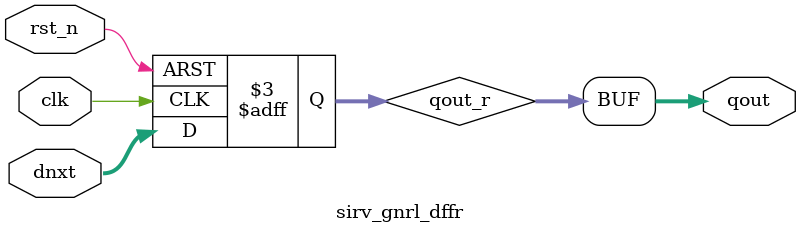
<source format=v>
 /*                                                                      
 Copyright 2018-2020 Nuclei System Technology, Inc.                
                                                                         
 Licensed under the Apache License, Version 2.0 (the "License");         
 you may not use this file except in compliance with the License.        
 You may obtain a copy of the License at                                 
                                                                         
     http://www.apache.org/licenses/LICENSE-2.0                          
                                                                         
  Unless required by applicable law or agreed to in writing, software    
 distributed under the License is distributed on an "AS IS" BASIS,       
 WITHOUT WARRANTIES OR CONDITIONS OF ANY KIND, either express or implied.
 See the License for the specific language governing permissions and     
 limitations under the License.                                          
 */                                                                      
                                                                         
                                                                         
                                                                         
//=====================================================================
//
// Designer   : Bob Hu
//
// Description:
//  All of the general DFF and Latch modules
//
// ====================================================================

//


//
// ===========================================================================
//
// Description:
//  Verilog module sirv_gnrl DFF with Load-enable and Reset
//  Default reset value is 1
//
// ===========================================================================

module sirv_gnrl_dfflrs # (
  parameter DW = 32
) (

  input               lden, 
  input      [DW-1:0] dnxt,
  output     [DW-1:0] qout,

  input               clk,
  input               rst_n
);

reg [DW-1:0] qout_r;

always @(posedge clk or negedge rst_n)
begin : DFFLRS_PROC
  if (rst_n == 1'b0)
    qout_r <= {DW{1'b1}};
  else if (lden == 1'b1)
    qout_r <= #1 dnxt;
end

assign qout = qout_r;

`ifndef FPGA_SOURCE//{
`ifndef DISABLE_SV_ASSERTION//{
//synopsys translate_off
sirv_gnrl_xchecker # (
  .DW(1)
) sirv_gnrl_xchecker(
  .i_dat(lden),
  .clk  (clk)
);
//synopsys translate_on
`endif//}
`endif//}
    

endmodule
// ===========================================================================
//
// Description:
//  Verilog module sirv_gnrl DFF with Load-enable and Reset
//  Default reset value is 0
//
// ===========================================================================

module sirv_gnrl_dfflr # (
  parameter DW = 32
) (

  input               lden, 
  input      [DW-1:0] dnxt,
  output     [DW-1:0] qout,

  input               clk,
  input               rst_n
);

reg [DW-1:0] qout_r;

always @(posedge clk or negedge rst_n)
begin : DFFLR_PROC
  if (rst_n == 1'b0)
    qout_r <= {DW{1'b0}};
  else if (lden == 1'b1)
    qout_r <= #1 dnxt;
end

assign qout = qout_r;

`ifndef FPGA_SOURCE//{
`ifndef DISABLE_SV_ASSERTION//{
//synopsys translate_off
sirv_gnrl_xchecker # (
  .DW(1)
) sirv_gnrl_xchecker(
  .i_dat(lden),
  .clk  (clk)
);
//synopsys translate_on
`endif//}
`endif//}
    

endmodule
// ===========================================================================
//
// Description:
//  Verilog module sirv_gnrl DFF with Load-enable, no reset 
//
// ===========================================================================

module sirv_gnrl_dffl # (
  parameter DW = 32
) (

  input               lden, 
  input      [DW-1:0] dnxt,
  output     [DW-1:0] qout,

  input               clk 
);

reg [DW-1:0] qout_r;

always @(posedge clk)
begin : DFFL_PROC
  if (lden == 1'b1)
    qout_r <= #1 dnxt;
end

assign qout = qout_r;

`ifndef FPGA_SOURCE//{
`ifndef DISABLE_SV_ASSERTION//{
//synopsys translate_off
sirv_gnrl_xchecker # (
  .DW(1)
) sirv_gnrl_xchecker(
  .i_dat(lden),
  .clk  (clk)
);
//synopsys translate_on
`endif//}
`endif//}
    

endmodule
// ===========================================================================
//
// Description:
//  Verilog module sirv_gnrl DFF with Reset, no load-enable
//  Default reset value is 1
//
// ===========================================================================

module sirv_gnrl_dffrs # (
  parameter DW = 32
) (

  input      [DW-1:0] dnxt,
  output     [DW-1:0] qout,

  input               clk,
  input               rst_n
);

reg [DW-1:0] qout_r;

always @(posedge clk or negedge rst_n)
begin : DFFRS_PROC
  if (rst_n == 1'b0)
    qout_r <= {DW{1'b1}};
  else                  
    qout_r <= #1 dnxt;
end

assign qout = qout_r;

endmodule
// ===========================================================================
//
// Description:
//  Verilog module sirv_gnrl DFF with Reset, no load-enable
//  Default reset value is 0
//
// ===========================================================================

module sirv_gnrl_dffr # (
  parameter DW = 32
) (

  input      [DW-1:0] dnxt,
  output     [DW-1:0] qout,

  input               clk,
  input               rst_n
);

reg [DW-1:0] qout_r;

always @(posedge clk or negedge rst_n)
begin : DFFR_PROC
  if (rst_n == 1'b0)
    qout_r <= {DW{1'b0}};
  else                  
    qout_r <= #1 dnxt;
end

assign qout = qout_r;

endmodule
// ===========================================================================
//
// Description:
//  Verilog module for general latch 
//
// ===========================================================================

// module sirv_gnrl_ltch # (
//   parameter DW = 32
// ) (

//   //input               test_mode,
//   input               lden, 
//   input      [DW-1:0] dnxt,
//   output     [DW-1:0] qout
// );

// reg [DW-1:0] qout_r;

// always @ * 
// begin : LTCH_PROC
//   if (lden == 1'b1)
//     qout_r <= dnxt;
// end

// //assign qout = test_mode ? dnxt : qout_r;
// assign qout = qout_r;

// `ifndef FPGA_SOURCE//{
// `ifndef DISABLE_SV_ASSERTION//{
// //synopsys translate_off
// always_comb
// begin
//   CHECK_THE_X_VALUE:
//     assert (lden !== 1'bx) 
//     else $fatal ("\n Error: Oops, detected a X value!!! This should never happen. \n");
// end

// //synopsys translate_on
// `endif//}
// `endif//}
    

// endmodule

</source>
